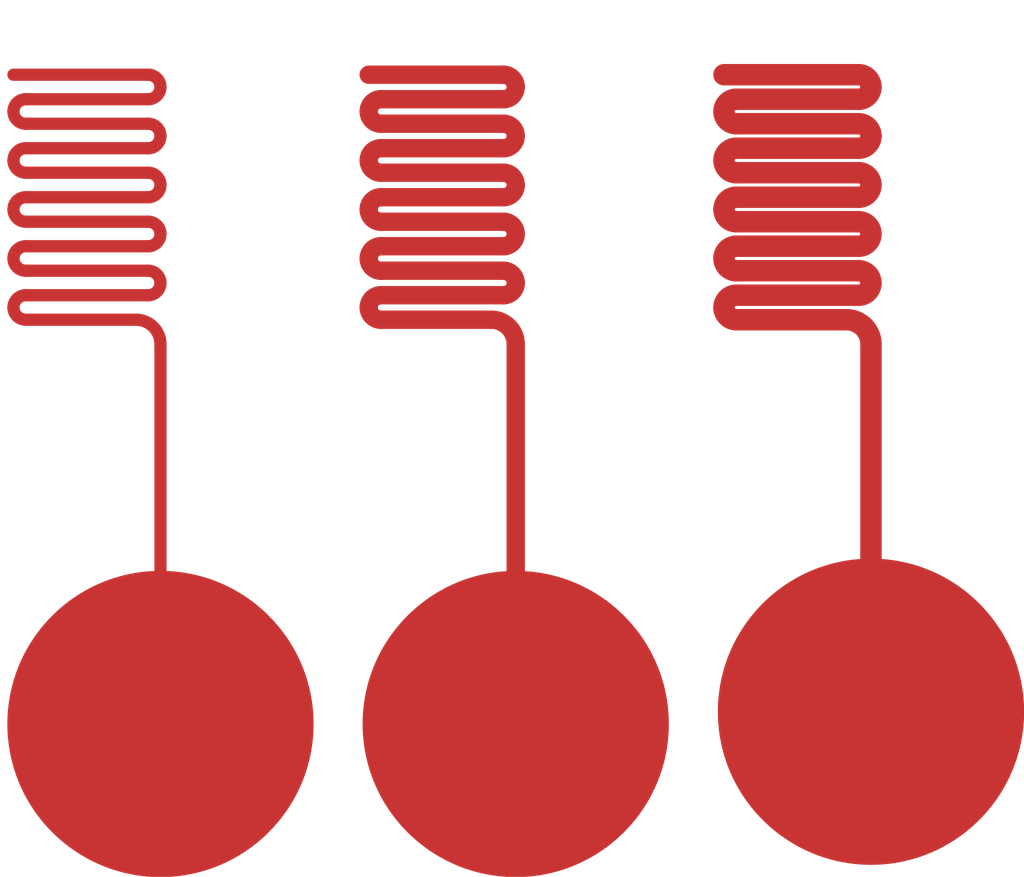
<source format=kicad_pcb>
(kicad_pcb (version 4) (host pcbnew 4.0.6)

  (general
    (links 2)
    (no_connects 2)
    (area 134.899999 43.899999 218.7 115.7)
    (thickness 1.6)
    (drawings 102)
    (tracks 0)
    (zones 0)
    (modules 3)
    (nets 2)
  )

  (page A4)
  (layers
    (0 F.Cu signal)
    (31 B.Cu signal)
    (32 B.Adhes user)
    (33 F.Adhes user)
    (34 B.Paste user)
    (35 F.Paste user)
    (36 B.SilkS user)
    (38 B.Mask user)
    (39 F.Mask user)
    (40 Dwgs.User user)
    (41 Cmts.User user)
    (42 Eco1.User user)
    (43 Eco2.User user)
    (44 Edge.Cuts user)
    (45 Margin user)
    (46 B.CrtYd user)
    (47 F.CrtYd user)
    (48 B.Fab user)
    (49 F.Fab user)
  )

  (setup
    (last_trace_width 0.25)
    (user_trace_width 1)
    (user_trace_width 1.75)
    (user_trace_width 3)
    (trace_clearance 0.2)
    (zone_clearance 0.508)
    (zone_45_only no)
    (trace_min 0.2)
    (segment_width 1)
    (edge_width 0.15)
    (via_size 0.6)
    (via_drill 0.4)
    (via_min_size 0.4)
    (via_min_drill 0.3)
    (uvia_size 0.3)
    (uvia_drill 0.1)
    (uvias_allowed no)
    (uvia_min_size 0.2)
    (uvia_min_drill 0.1)
    (pcb_text_width 0.3)
    (pcb_text_size 1.5 1.5)
    (mod_edge_width 0.15)
    (mod_text_size 1 1)
    (mod_text_width 0.15)
    (pad_size 1.524 1.524)
    (pad_drill 0.762)
    (pad_to_mask_clearance 0.2)
    (aux_axis_origin 0 0)
    (visible_elements 7FFFFFFF)
    (pcbplotparams
      (layerselection 0x00010_80000001)
      (usegerberextensions false)
      (excludeedgelayer true)
      (linewidth 0.100000)
      (plotframeref false)
      (viasonmask false)
      (mode 1)
      (useauxorigin false)
      (hpglpennumber 1)
      (hpglpenspeed 20)
      (hpglpendiameter 15)
      (hpglpenoverlay 2)
      (psnegative false)
      (psa4output false)
      (plotreference true)
      (plotvalue true)
      (plotinvisibletext false)
      (padsonsilk false)
      (subtractmaskfromsilk false)
      (outputformat 1)
      (mirror false)
      (drillshape 0)
      (scaleselection 1)
      (outputdirectory gerbers/))
  )

  (net 0 "")
  (net 1 "Net-(TP1-Pad1)")

  (net_class Default "This is the default net class."
    (clearance 0.2)
    (trace_width 0.25)
    (via_dia 0.6)
    (via_drill 0.4)
    (uvia_dia 0.3)
    (uvia_drill 0.1)
    (add_net "Net-(TP1-Pad1)")
  )

  (module Pin_Headers:Pin_Header_Straight_1x01_Pitch2.54mm (layer F.Cu) (tedit 5D5F0276) (tstamp 5D5F0A30)
    (at 206 102)
    (descr "Through hole straight pin header, 1x01, 2.54mm pitch, single row")
    (tags "Through hole pin header THT 1x01 2.54mm single row")
    (path /5D5F030C)
    (fp_text reference TP1 (at 0 -2.33) (layer F.Cu) hide
      (effects (font (size 1 1) (thickness 0.15)))
    )
    (fp_text value TEST (at 0 2.33) (layer F.Fab)
      (effects (font (size 1 1) (thickness 0.15)))
    )
    (fp_line (start -1.8 -1.8) (end -1.8 1.8) (layer F.CrtYd) (width 0.05))
    (fp_line (start -1.8 1.8) (end 1.8 1.8) (layer F.CrtYd) (width 0.05))
    (fp_line (start 1.8 1.8) (end 1.8 -1.8) (layer F.CrtYd) (width 0.05))
    (fp_line (start 1.8 -1.8) (end -1.8 -1.8) (layer F.CrtYd) (width 0.05))
    (fp_text user %R (at 0 0 90) (layer F.Fab)
      (effects (font (size 1 1) (thickness 0.15)))
    )
    (pad 1 smd circle (at 0 0) (size 25 25) (layers F.Cu F.Paste F.Mask)
      (net 1 "Net-(TP1-Pad1)"))
    (model ${KISYS3DMOD}/Pin_Headers.3dshapes/Pin_Header_Straight_1x01_Pitch2.54mm.wrl
      (at (xyz 0 0 0))
      (scale (xyz 1 1 1))
      (rotate (xyz 0 0 0))
    )
  )

  (module Pin_Headers:Pin_Header_Straight_1x01_Pitch2.54mm (layer F.Cu) (tedit 5D5F0276) (tstamp 5D5F09A2)
    (at 177 103)
    (descr "Through hole straight pin header, 1x01, 2.54mm pitch, single row")
    (tags "Through hole pin header THT 1x01 2.54mm single row")
    (path /5D5F030C)
    (fp_text reference TP1 (at 0 -2.33) (layer F.Cu) hide
      (effects (font (size 1 1) (thickness 0.15)))
    )
    (fp_text value TEST (at 0 2.33) (layer F.Fab)
      (effects (font (size 1 1) (thickness 0.15)))
    )
    (fp_line (start -1.8 -1.8) (end -1.8 1.8) (layer F.CrtYd) (width 0.05))
    (fp_line (start -1.8 1.8) (end 1.8 1.8) (layer F.CrtYd) (width 0.05))
    (fp_line (start 1.8 1.8) (end 1.8 -1.8) (layer F.CrtYd) (width 0.05))
    (fp_line (start 1.8 -1.8) (end -1.8 -1.8) (layer F.CrtYd) (width 0.05))
    (fp_text user %R (at 0 0 90) (layer F.Fab)
      (effects (font (size 1 1) (thickness 0.15)))
    )
    (pad 1 smd circle (at 0 0) (size 25 25) (layers F.Cu F.Paste F.Mask)
      (net 1 "Net-(TP1-Pad1)"))
    (model ${KISYS3DMOD}/Pin_Headers.3dshapes/Pin_Header_Straight_1x01_Pitch2.54mm.wrl
      (at (xyz 0 0 0))
      (scale (xyz 1 1 1))
      (rotate (xyz 0 0 0))
    )
  )

  (module Pin_Headers:Pin_Header_Straight_1x01_Pitch2.54mm (layer F.Cu) (tedit 5D5F0276) (tstamp 5D5F0261)
    (at 148 103)
    (descr "Through hole straight pin header, 1x01, 2.54mm pitch, single row")
    (tags "Through hole pin header THT 1x01 2.54mm single row")
    (path /5D5F030C)
    (fp_text reference TP1 (at 0 -2.33) (layer F.Cu) hide
      (effects (font (size 1 1) (thickness 0.15)))
    )
    (fp_text value TEST (at 0 2.33) (layer F.Fab)
      (effects (font (size 1 1) (thickness 0.15)))
    )
    (fp_line (start -1.8 -1.8) (end -1.8 1.8) (layer F.CrtYd) (width 0.05))
    (fp_line (start -1.8 1.8) (end 1.8 1.8) (layer F.CrtYd) (width 0.05))
    (fp_line (start 1.8 1.8) (end 1.8 -1.8) (layer F.CrtYd) (width 0.05))
    (fp_line (start 1.8 -1.8) (end -1.8 -1.8) (layer F.CrtYd) (width 0.05))
    (fp_text user %R (at 0 0 90) (layer F.Fab)
      (effects (font (size 1 1) (thickness 0.15)))
    )
    (pad 1 smd circle (at 0 0) (size 25 25) (layers F.Cu F.Paste F.Mask)
      (net 1 "Net-(TP1-Pad1)"))
    (model ${KISYS3DMOD}/Pin_Headers.3dshapes/Pin_Header_Straight_1x01_Pitch2.54mm.wrl
      (at (xyz 0 0 0))
      (scale (xyz 1 1 1))
      (rotate (xyz 0 0 0))
    )
  )

  (gr_line (start 147 50) (end 136 50) (angle 90) (layer F.Cu) (width 1))
  (gr_arc (start 147 63) (end 148 63) (angle 90) (layer F.Cu) (width 1))
  (gr_arc (start 147 63) (end 147 62) (angle 90) (layer F.Cu) (width 1))
  (gr_arc (start 147 59) (end 148 59) (angle 90) (layer F.Cu) (width 1))
  (gr_arc (start 147 59) (end 147 58) (angle 90) (layer F.Cu) (width 1))
  (gr_arc (start 147 55) (end 148 55) (angle 90) (layer F.Cu) (width 1))
  (gr_arc (start 147 55) (end 147 54) (angle 90) (layer F.Cu) (width 1))
  (gr_arc (start 147 51) (end 148 51) (angle 90) (layer F.Cu) (width 1))
  (gr_arc (start 147 51) (end 147 50) (angle 90) (layer F.Cu) (width 1))
  (gr_arc (start 137 53) (end 136 53) (angle 90) (layer F.Cu) (width 1))
  (gr_arc (start 137 53) (end 137 54) (angle 90) (layer F.Cu) (width 1))
  (gr_arc (start 137 57) (end 136 57) (angle 90) (layer F.Cu) (width 1))
  (gr_arc (start 137 57) (end 137 58) (angle 90) (layer F.Cu) (width 1))
  (gr_arc (start 137 61) (end 136 61) (angle 90) (layer F.Cu) (width 1))
  (gr_arc (start 137 61) (end 137 62) (angle 90) (layer F.Cu) (width 1))
  (gr_arc (start 137 65) (end 136 65) (angle 90) (layer F.Cu) (width 1))
  (gr_arc (start 137 65) (end 137 66) (angle 90) (layer F.Cu) (width 1))
  (gr_line (start 137 52) (end 147 52) (angle 90) (layer F.Cu) (width 1))
  (gr_line (start 137 54) (end 147 54) (angle 90) (layer F.Cu) (width 1))
  (gr_line (start 137 56) (end 147 56) (angle 90) (layer F.Cu) (width 1))
  (gr_line (start 137 58) (end 147 58) (angle 90) (layer F.Cu) (width 1))
  (gr_line (start 137 60) (end 147 60) (angle 90) (layer F.Cu) (width 1))
  (gr_line (start 137 62) (end 147 62) (angle 90) (layer F.Cu) (width 1))
  (gr_line (start 137 64) (end 147 64) (angle 90) (layer F.Cu) (width 1))
  (gr_line (start 147 66) (end 137 66) (angle 90) (layer F.Cu) (width 1))
  (gr_line (start 137 68) (end 147 68) (angle 90) (layer F.Cu) (width 1))
  (gr_line (start 146 70) (end 137 70) (angle 90) (layer F.Cu) (width 1))
  (gr_arc (start 147 67) (end 147 66) (angle 90) (layer F.Cu) (width 1))
  (gr_arc (start 147 67) (end 148 67) (angle 90) (layer F.Cu) (width 1))
  (gr_arc (start 137 69) (end 136 69) (angle 90) (layer F.Cu) (width 1))
  (gr_arc (start 137 69) (end 137 70) (angle 90) (layer F.Cu) (width 1))
  (gr_arc (start 146 72) (end 146 70) (angle 90) (layer F.Cu) (width 1))
  (gr_line (start 148 93) (end 148 72) (angle 90) (layer F.Cu) (width 1))
  (gr_line (start 176 50) (end 165 50) (angle 90) (layer F.Cu) (width 1.5))
  (gr_arc (start 176 63) (end 177 63) (angle 90) (layer F.Cu) (width 1.5))
  (gr_arc (start 176 63) (end 176 62) (angle 90) (layer F.Cu) (width 1.5))
  (gr_arc (start 176 59) (end 177 59) (angle 90) (layer F.Cu) (width 1.5))
  (gr_arc (start 176 59) (end 176 58) (angle 90) (layer F.Cu) (width 1.5))
  (gr_arc (start 176 55) (end 177 55) (angle 90) (layer F.Cu) (width 1.5))
  (gr_arc (start 176 55) (end 176 54) (angle 90) (layer F.Cu) (width 1.5))
  (gr_arc (start 176 51) (end 177 51) (angle 90) (layer F.Cu) (width 1.5))
  (gr_arc (start 176 51) (end 176 50) (angle 90) (layer F.Cu) (width 1.5))
  (gr_arc (start 166 53) (end 165 53) (angle 90) (layer F.Cu) (width 1.5))
  (gr_arc (start 166 53) (end 166 54) (angle 90) (layer F.Cu) (width 1.5))
  (gr_arc (start 166 57) (end 165 57) (angle 90) (layer F.Cu) (width 1.5))
  (gr_arc (start 166 57) (end 166 58) (angle 90) (layer F.Cu) (width 1.5))
  (gr_arc (start 166 61) (end 165 61) (angle 90) (layer F.Cu) (width 1.5))
  (gr_arc (start 166 61) (end 166 62) (angle 90) (layer F.Cu) (width 1.5))
  (gr_arc (start 166 65) (end 165 65) (angle 90) (layer F.Cu) (width 1.5))
  (gr_arc (start 166 65) (end 166 66) (angle 90) (layer F.Cu) (width 1.5))
  (gr_line (start 166 52) (end 176 52) (angle 90) (layer F.Cu) (width 1.5))
  (gr_line (start 166 54) (end 176 54) (angle 90) (layer F.Cu) (width 1.5))
  (gr_line (start 166 56) (end 176 56) (angle 90) (layer F.Cu) (width 1.5))
  (gr_line (start 166 58) (end 176 58) (angle 90) (layer F.Cu) (width 1.5))
  (gr_line (start 166 60) (end 176 60) (angle 90) (layer F.Cu) (width 1.5))
  (gr_line (start 166 62) (end 176 62) (angle 90) (layer F.Cu) (width 1.5))
  (gr_line (start 166 64) (end 176 64) (angle 90) (layer F.Cu) (width 1.5))
  (gr_line (start 176 66) (end 166 66) (angle 90) (layer F.Cu) (width 1.5))
  (gr_line (start 166 68) (end 176 68) (angle 90) (layer F.Cu) (width 1.5))
  (gr_line (start 175 70) (end 166 70) (angle 90) (layer F.Cu) (width 1.5))
  (gr_arc (start 176 67) (end 176 66) (angle 90) (layer F.Cu) (width 1.5))
  (gr_arc (start 176 67) (end 177 67) (angle 90) (layer F.Cu) (width 1.5))
  (gr_arc (start 166 69) (end 165 69) (angle 90) (layer F.Cu) (width 1.5))
  (gr_arc (start 166 69) (end 166 70) (angle 90) (layer F.Cu) (width 1.5))
  (gr_arc (start 175 72) (end 175 70) (angle 90) (layer F.Cu) (width 1.5))
  (gr_line (start 177 93) (end 177 72) (angle 90) (layer F.Cu) (width 1.5))
  (gr_line (start 205 50) (end 194 50) (angle 90) (layer F.Cu) (width 1.75))
  (gr_arc (start 205 63) (end 206 63) (angle 90) (layer F.Cu) (width 1.75))
  (gr_arc (start 205 63) (end 205 62) (angle 90) (layer F.Cu) (width 1.75))
  (gr_arc (start 205 59) (end 206 59) (angle 90) (layer F.Cu) (width 1.75))
  (gr_arc (start 205 59) (end 205 58) (angle 90) (layer F.Cu) (width 1.75))
  (gr_arc (start 205 55) (end 206 55) (angle 90) (layer F.Cu) (width 1.75))
  (gr_arc (start 205 55) (end 205 54) (angle 90) (layer F.Cu) (width 1.75))
  (gr_arc (start 205 51) (end 206 51) (angle 90) (layer F.Cu) (width 1.75))
  (gr_arc (start 205 51) (end 205 50) (angle 90) (layer F.Cu) (width 1.75))
  (gr_arc (start 195 53) (end 194 53) (angle 90) (layer F.Cu) (width 1.75))
  (gr_arc (start 195 53) (end 195 54) (angle 90) (layer F.Cu) (width 1.75))
  (gr_arc (start 195 57) (end 194 57) (angle 90) (layer F.Cu) (width 1.75))
  (gr_arc (start 195 57) (end 195 58) (angle 90) (layer F.Cu) (width 1.75))
  (gr_arc (start 195 61) (end 194 61) (angle 90) (layer F.Cu) (width 1.75))
  (gr_arc (start 195 61) (end 195 62) (angle 90) (layer F.Cu) (width 1.75))
  (gr_arc (start 195 65) (end 194 65) (angle 90) (layer F.Cu) (width 1.75))
  (gr_arc (start 195 65) (end 195 66) (angle 90) (layer F.Cu) (width 1.75))
  (gr_line (start 195 52) (end 205 52) (angle 90) (layer F.Cu) (width 1.75))
  (gr_line (start 195 54) (end 205 54) (angle 90) (layer F.Cu) (width 1.75))
  (gr_line (start 195 56) (end 205 56) (angle 90) (layer F.Cu) (width 1.75))
  (gr_line (start 195 58) (end 205 58) (angle 90) (layer F.Cu) (width 1.75))
  (gr_line (start 195 60) (end 205 60) (angle 90) (layer F.Cu) (width 1.75))
  (gr_line (start 195 62) (end 205 62) (angle 90) (layer F.Cu) (width 1.75))
  (gr_line (start 195 64) (end 205 64) (angle 90) (layer F.Cu) (width 1.75))
  (gr_line (start 205 66) (end 195 66) (angle 90) (layer F.Cu) (width 1.75))
  (gr_line (start 195 68) (end 205 68) (angle 90) (layer F.Cu) (width 1.75))
  (gr_line (start 204 70) (end 195 70) (angle 90) (layer F.Cu) (width 1.75))
  (gr_arc (start 205 67) (end 205 66) (angle 90) (layer F.Cu) (width 1.75))
  (gr_arc (start 205 67) (end 206 67) (angle 90) (layer F.Cu) (width 1.75))
  (gr_arc (start 195 69) (end 194 69) (angle 90) (layer F.Cu) (width 1.75))
  (gr_arc (start 195 69) (end 195 70) (angle 90) (layer F.Cu) (width 1.75))
  (gr_arc (start 204 72) (end 204 70) (angle 90) (layer F.Cu) (width 1.75))
  (gr_line (start 206 93) (end 206 72) (angle 90) (layer F.Cu) (width 1.75))
  (dimension 20 (width 0.3) (layer Dwgs.User)
    (gr_text "20.000 mm" (at 152.35 80 90) (layer Dwgs.User)
      (effects (font (size 1.5 1.5) (thickness 0.3)))
    )
    (feature1 (pts (xy 148 70) (xy 153.7 70)))
    (feature2 (pts (xy 148 90) (xy 153.7 90)))
    (crossbar (pts (xy 151 90) (xy 151 70)))
    (arrow1a (pts (xy 151 70) (xy 151.586421 71.126504)))
    (arrow1b (pts (xy 151 70) (xy 150.413579 71.126504)))
    (arrow2a (pts (xy 151 90) (xy 151.586421 88.873496)))
    (arrow2b (pts (xy 151 90) (xy 150.413579 88.873496)))
  )
  (gr_line (start 135 103) (end 135 44) (angle 90) (layer Dwgs.User) (width 0.2))
  (gr_line (start 148 104) (end 148 44) (angle 90) (layer Dwgs.User) (width 0.2))

)

</source>
